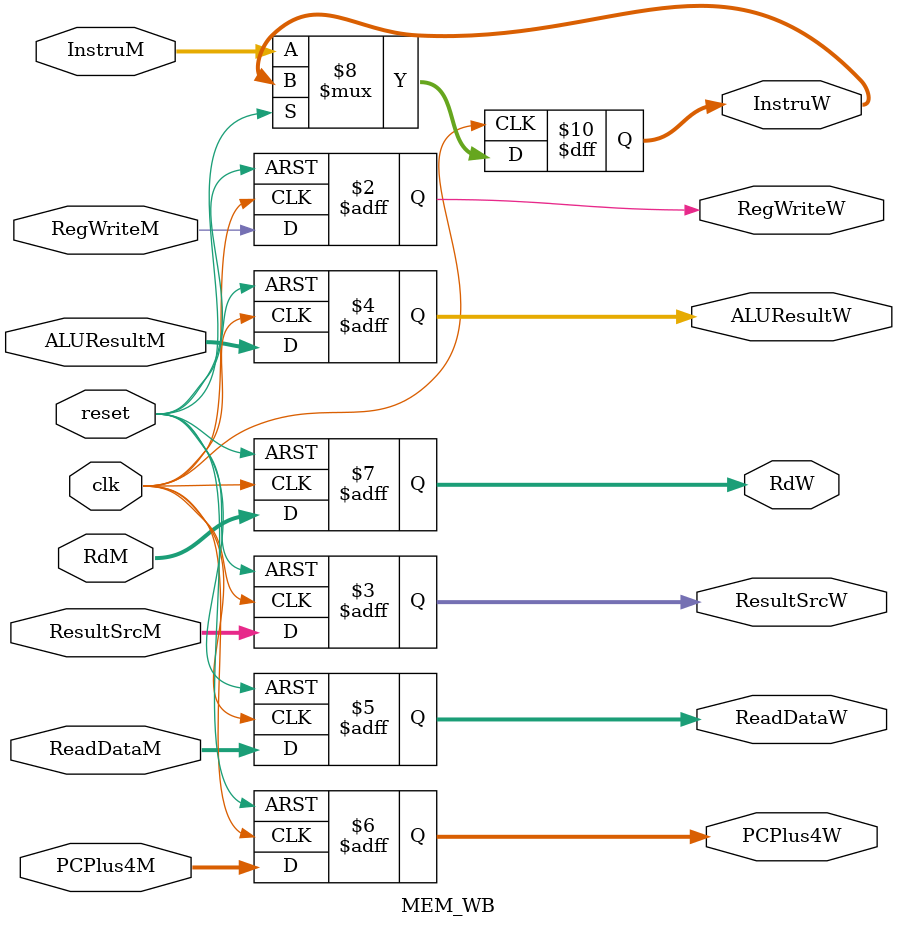
<source format=v>
module MEM_WB(
    input clk, reset,
    input RegWriteM,
    input [1:0] ResultSrcM,
    input [31:0] ALUResultM, ReadDataM, PCPlus4M,
    input [4:0] RdM,
    input [31:0] InstruM,

    output reg RegWriteW,
    output reg [1:0] ResultSrcW,
    output reg [31:0] ALUResultW, ReadDataW, PCPlus4W,
    output reg [4:0] RdW,
    output reg [31:0] InstruW
);

    // falta el reset
    always @(posedge clk or posedge reset) begin
        if (reset) begin
            RegWriteW <= 0;
            ResultSrcW <= 0;
            ALUResultW <= 0;
            ReadDataW <= 0;
            PCPlus4W <= 0;
            RdW <= 0;
        end else begin
            RegWriteW <= RegWriteM;
            ResultSrcW <= ResultSrcM;
            ALUResultW <= ALUResultM;
            ReadDataW <= ReadDataM;
            PCPlus4W <= PCPlus4M;
            RdW <= RdM;
            InstruW <= InstruM;
        end
    end

endmodule
</source>
